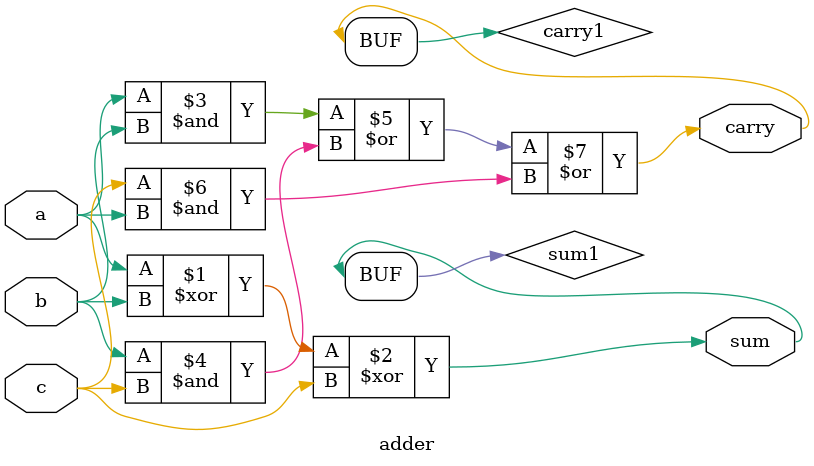
<source format=v>
module adder(
    output wire carry,sum,
    input a,b,c
);
	  wire sum1,carry1;
     assign sum1   = a ^ b ^ c;
     assign carry1 = (a&b) | (b&c) | (c&a);
	  
	  assign sum   = sum1;
	  assign carry = carry1;
	  
  
endmodule
</source>
